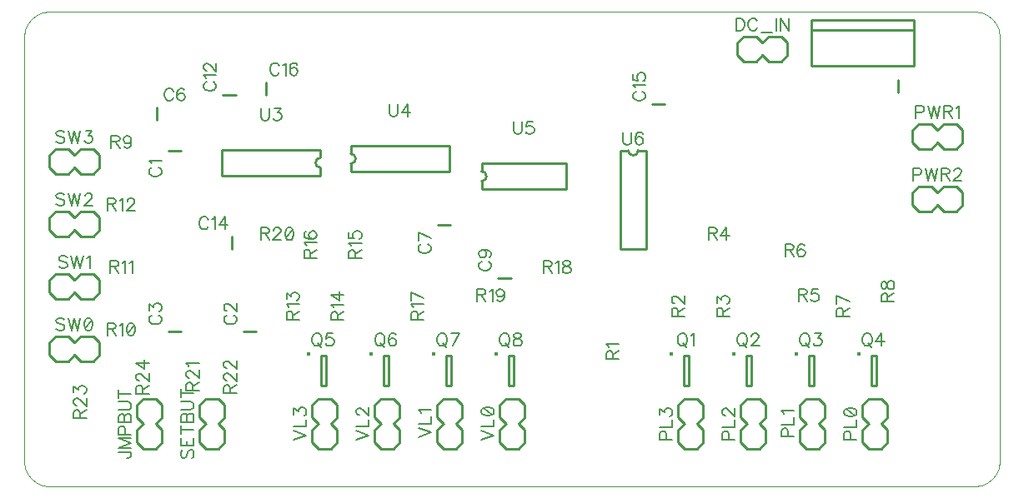
<source format=gbr>
G04 DipTrace 2.2.0.9*
%INTopSilk.gbr*%
%MOIN*%
%ADD10C,0.0098*%
%ADD14C,0.0*%
%ADD18C,0.0154*%
%ADD47C,0.0077*%
%FSLAX44Y44*%
%SFA1B1*%
%OFA0B0*%
G04*
G70*
G90*
G75*
G01*
%LNTopSilk*%
%LPD*%
X9690Y17363D2*
D10*
X10202D1*
X13205Y10134D2*
X12693D1*
X10202D2*
X9690D1*
X38853Y20196D2*
Y19684D1*
X9237Y18582D2*
Y19094D1*
X20454Y14399D2*
X20966D1*
X23384Y12279D2*
X22872D1*
X12386Y19611D2*
X11874D1*
X12215Y13946D2*
Y13434D1*
X29546Y19221D2*
X29034D1*
X13605Y19596D2*
Y20108D1*
X32440Y21190D2*
Y21690D1*
X32690Y20940D2*
X33190D1*
X32690D2*
X32440Y21190D1*
Y21690D2*
X32690Y21940D1*
X33190D1*
X33690Y20940D2*
X34190D1*
X33690D2*
X33440Y21190D1*
X33190Y20940D2*
X33440Y21190D1*
X33190Y21940D2*
X33440Y21690D1*
X33690Y21940D1*
X34190D1*
X34440Y21690D1*
Y21190D1*
X34190Y20940D2*
X34440Y21190D1*
X9190Y5440D2*
X8690D1*
X9440Y5690D2*
Y6190D1*
Y5690D2*
X9190Y5440D1*
X8690D2*
X8440Y5690D1*
Y6190D1*
X9440Y6690D2*
Y7190D1*
Y6690D2*
X9190Y6440D1*
X9440Y6190D2*
X9190Y6440D1*
X8440Y6190D2*
X8690Y6440D1*
X8440Y6690D1*
Y7190D1*
X8690Y7440D1*
X9190D1*
X9440Y7190D2*
X9190Y7440D1*
X37690D2*
X38190D1*
X37440Y7190D2*
Y6690D1*
Y7190D2*
X37690Y7440D1*
X38190D2*
X38440Y7190D1*
Y6690D1*
X37440Y6190D2*
Y5690D1*
Y6190D2*
X37690Y6440D1*
X37440Y6690D2*
X37690Y6440D1*
X38440Y6690D2*
X38190Y6440D1*
X38440Y6190D1*
Y5690D1*
X38190Y5440D1*
X37690D1*
X37440Y5690D2*
X37690Y5440D1*
X35190Y7440D2*
X35690D1*
X34940Y7190D2*
Y6690D1*
Y7190D2*
X35190Y7440D1*
X35690D2*
X35940Y7190D1*
Y6690D1*
X34940Y6190D2*
Y5690D1*
Y6190D2*
X35190Y6440D1*
X34940Y6690D2*
X35190Y6440D1*
X35940Y6690D2*
X35690Y6440D1*
X35940Y6190D1*
Y5690D1*
X35690Y5440D1*
X35190D1*
X34940Y5690D2*
X35190Y5440D1*
X32823Y7440D2*
X33323D1*
X32573Y7190D2*
Y6690D1*
Y7190D2*
X32823Y7440D1*
X33323D2*
X33573Y7190D1*
Y6690D1*
X32573Y6190D2*
Y5690D1*
Y6190D2*
X32823Y6440D1*
X32573Y6690D2*
X32823Y6440D1*
X33573Y6690D2*
X33323Y6440D1*
X33573Y6190D1*
Y5690D1*
X33323Y5440D1*
X32823D1*
X32573Y5690D2*
X32823Y5440D1*
X30323Y7440D2*
X30823D1*
X30073Y7190D2*
Y6690D1*
Y7190D2*
X30323Y7440D1*
X30823D2*
X31073Y7190D1*
Y6690D1*
X30073Y6190D2*
Y5690D1*
Y6190D2*
X30323Y6440D1*
X30073Y6690D2*
X30323Y6440D1*
X31073Y6690D2*
X30823Y6440D1*
X31073Y6190D1*
Y5690D1*
X30823Y5440D1*
X30323D1*
X30073Y5690D2*
X30323Y5440D1*
X41440Y18190D2*
Y17690D1*
X41190Y18440D2*
X40690D1*
X41190D2*
X41440Y18190D1*
Y17690D2*
X41190Y17440D1*
X40690D1*
X40190Y18440D2*
X39690D1*
X40190D2*
X40440Y18190D1*
X40690Y18440D2*
X40440Y18190D1*
X40690Y17440D2*
X40440Y17690D1*
X40190Y17440D1*
X39690D1*
X39440Y17690D1*
Y18190D1*
X39690Y18440D2*
X39440Y18190D1*
X41440Y15690D2*
Y15190D1*
X41190Y15940D2*
X40690D1*
X41190D2*
X41440Y15690D1*
Y15190D2*
X41190Y14940D1*
X40690D1*
X40190Y15940D2*
X39690D1*
X40190D2*
X40440Y15690D1*
X40690Y15940D2*
X40440Y15690D1*
X40690Y14940D2*
X40440Y15190D1*
X40190Y14940D1*
X39690D1*
X39440Y15190D1*
Y15690D1*
X39690Y15940D2*
X39440Y15690D1*
D18*
X29793Y9248D3*
X30294Y9156D2*
D10*
Y7975D1*
X30491D1*
Y9156D1*
X30294D1*
D18*
X32293Y9248D3*
X32794Y9156D2*
D10*
Y7975D1*
X32991D1*
Y9156D1*
X32794D1*
D18*
X34793Y9248D3*
X35294Y9156D2*
D10*
Y7975D1*
X35491D1*
Y9156D1*
X35294D1*
D18*
X37293Y9248D3*
X37794Y9156D2*
D10*
Y7975D1*
X37991D1*
Y9156D1*
X37794D1*
D18*
X15293Y9248D3*
X15794Y9156D2*
D10*
Y7975D1*
X15991D1*
Y9156D1*
X15794D1*
D18*
X17793Y9248D3*
X18294Y9156D2*
D10*
Y7975D1*
X18491D1*
Y9156D1*
X18294D1*
D18*
X20293Y9248D3*
X20794Y9156D2*
D10*
Y7975D1*
X20991D1*
Y9156D1*
X20794D1*
D18*
X22793Y9248D3*
X23294Y9156D2*
D10*
Y7975D1*
X23491D1*
Y9156D1*
X23294D1*
X11690Y5440D2*
X11190D1*
X11940Y5690D2*
Y6190D1*
Y5690D2*
X11690Y5440D1*
X11190D2*
X10940Y5690D1*
Y6190D1*
X11940Y6690D2*
Y7190D1*
Y6690D2*
X11690Y6440D1*
X11940Y6190D2*
X11690Y6440D1*
X10940Y6190D2*
X11190Y6440D1*
X10940Y6690D1*
Y7190D1*
X11190Y7440D1*
X11690D1*
X11940Y7190D2*
X11690Y7440D1*
X6940Y9690D2*
Y9190D1*
X6690Y9940D2*
X6190D1*
X6690D2*
X6940Y9690D1*
Y9190D2*
X6690Y8940D1*
X6190D1*
X5690Y9940D2*
X5190D1*
X5690D2*
X5940Y9690D1*
X6190Y9940D2*
X5940Y9690D1*
X6190Y8940D2*
X5940Y9190D1*
X5690Y8940D1*
X5190D1*
X4940Y9190D1*
Y9690D1*
X5190Y9940D2*
X4940Y9690D1*
X6940Y12190D2*
Y11690D1*
X6690Y12440D2*
X6190D1*
X6690D2*
X6940Y12190D1*
Y11690D2*
X6690Y11440D1*
X6190D1*
X5690Y12440D2*
X5190D1*
X5690D2*
X5940Y12190D1*
X6190Y12440D2*
X5940Y12190D1*
X6190Y11440D2*
X5940Y11690D1*
X5690Y11440D1*
X5190D1*
X4940Y11690D1*
Y12190D1*
X5190Y12440D2*
X4940Y12190D1*
X6940Y14690D2*
Y14190D1*
X6690Y14940D2*
X6190D1*
X6690D2*
X6940Y14690D1*
Y14190D2*
X6690Y13940D1*
X6190D1*
X5690Y14940D2*
X5190D1*
X5690D2*
X5940Y14690D1*
X6190Y14940D2*
X5940Y14690D1*
X6190Y13940D2*
X5940Y14190D1*
X5690Y13940D1*
X5190D1*
X4940Y14190D1*
Y14690D1*
X5190Y14940D2*
X4940Y14690D1*
X6940Y17190D2*
Y16690D1*
X6690Y17440D2*
X6190D1*
X6690D2*
X6940Y17190D1*
Y16690D2*
X6690Y16440D1*
X6190D1*
X5690Y17440D2*
X5190D1*
X5690D2*
X5940Y17190D1*
X6190Y17440D2*
X5940Y17190D1*
X6190Y16440D2*
X5940Y16690D1*
X5690Y16440D1*
X5190D1*
X4940Y16690D1*
Y17190D1*
X5190Y17440D2*
X4940Y17190D1*
X35393Y22187D2*
X39487D1*
X35393Y22582D2*
X39487D1*
X35393Y20771D2*
X39487D1*
X35393D2*
Y22582D1*
X39487Y20771D2*
Y22582D1*
X15775Y17400D2*
X11839D1*
X15775Y16376D2*
X11839D1*
Y17400D2*
Y16376D1*
X15775Y17400D2*
Y17085D1*
Y16691D2*
Y16376D1*
Y17085D2*
G03X15775Y16691I0J-197D01*
G01*
X16987Y16532D2*
X20923D1*
X16987Y17556D2*
X20923D1*
Y16532D2*
Y17556D1*
X16987Y16532D2*
Y16847D1*
Y17241D2*
Y17556D1*
Y16847D2*
G03X16987Y17241I0J197D01*
G01*
X22215Y15830D2*
X25601D1*
X22215Y16854D2*
X25601D1*
Y15830D2*
Y16854D1*
X22215Y15830D2*
Y16145D1*
Y16539D2*
Y16854D1*
Y16145D2*
G03X22215Y16539I0J197D01*
G01*
X27764Y17374D2*
Y13438D1*
X28788Y17374D2*
Y13438D1*
X27764D2*
X28788D1*
X27764Y17374D2*
X28079D1*
X28473D2*
X28788D1*
X28079D2*
G03X28473Y17374I197J0D01*
G01*
X23190Y7440D2*
X23690D1*
X22940Y7190D2*
Y6690D1*
Y7190D2*
X23190Y7440D1*
X23690D2*
X23940Y7190D1*
Y6690D1*
X22940Y6190D2*
Y5690D1*
Y6190D2*
X23190Y6440D1*
X22940Y6690D2*
X23190Y6440D1*
X23940Y6690D2*
X23690Y6440D1*
X23940Y6190D1*
Y5690D1*
X23690Y5440D1*
X23190D1*
X22940Y5690D2*
X23190Y5440D1*
X20690Y7440D2*
X21190D1*
X20440Y7190D2*
Y6690D1*
Y7190D2*
X20690Y7440D1*
X21190D2*
X21440Y7190D1*
Y6690D1*
X20440Y6190D2*
Y5690D1*
Y6190D2*
X20690Y6440D1*
X20440Y6690D2*
X20690Y6440D1*
X21440Y6690D2*
X21190Y6440D1*
X21440Y6190D1*
Y5690D1*
X21190Y5440D1*
X20690D1*
X20440Y5690D2*
X20690Y5440D1*
X18190Y7440D2*
X18690D1*
X17940Y7190D2*
Y6690D1*
Y7190D2*
X18190Y7440D1*
X18690D2*
X18940Y7190D1*
Y6690D1*
X17940Y6190D2*
Y5690D1*
Y6190D2*
X18190Y6440D1*
X17940Y6690D2*
X18190Y6440D1*
X18940Y6690D2*
X18690Y6440D1*
X18940Y6190D1*
Y5690D1*
X18690Y5440D1*
X18190D1*
X17940Y5690D2*
X18190Y5440D1*
X15690Y7440D2*
X16190D1*
X15440Y7190D2*
Y6690D1*
Y7190D2*
X15690Y7440D1*
X16190D2*
X16440Y7190D1*
Y6690D1*
X15440Y6190D2*
Y5690D1*
Y6190D2*
X15690Y6440D1*
X15440Y6690D2*
X15690Y6440D1*
X16440Y6690D2*
X16190Y6440D1*
X16440Y6190D1*
Y5690D1*
X16190Y5440D1*
X15690D1*
X15440Y5690D2*
X15690Y5440D1*
X4940Y3940D2*
D14*
X41940D1*
X42199Y3974D1*
X42440Y4074D1*
X42647Y4233D1*
X42806Y4440D1*
X42906Y4681D1*
X42940Y4940D1*
Y21940D1*
X42906Y22199D1*
X42806Y22440D1*
X42647Y22647D1*
X42440Y22806D1*
X42199Y22906D1*
X41940Y22940D1*
X4940D1*
X4681Y22906D1*
X4440Y22806D1*
X4233Y22647D1*
X4074Y22440D1*
X3974Y22199D1*
X3940Y21940D1*
Y4940D1*
X3974Y4681D1*
X4074Y4440D1*
X4233Y4233D1*
X4440Y4074D1*
X4681Y3974D1*
X4940Y3940D1*
X9038Y16696D2*
D47*
X8990Y16672D1*
D2*
X8942Y16624D1*
D2*
X8918Y16577D1*
D2*
Y16481D1*
D2*
X8942Y16433D1*
D2*
X8990Y16386D1*
D2*
X9038Y16361D1*
D2*
X9110Y16337D1*
D2*
X9230D1*
D2*
X9301Y16361D1*
D2*
X9349Y16386D1*
D2*
X9397Y16433D1*
D2*
X9421Y16481D1*
D2*
Y16577D1*
D2*
X9397Y16624D1*
D2*
X9349Y16672D1*
D2*
X9301Y16696D1*
X9015Y16851D2*
X8990Y16899D1*
D2*
X8919Y16971D1*
D2*
X9421D1*
X12041Y10778D2*
X11993Y10754D1*
D2*
X11945Y10706D1*
D2*
X11921Y10658D1*
D2*
Y10563D1*
D2*
X11945Y10515D1*
D2*
X11993Y10467D1*
D2*
X12041Y10443D1*
D2*
X12113Y10419D1*
D2*
X12233D1*
D2*
X12304Y10443D1*
D2*
X12352Y10467D1*
D2*
X12400Y10515D1*
D2*
X12424Y10563D1*
D2*
Y10658D1*
D2*
X12400Y10706D1*
D2*
X12352Y10754D1*
D2*
X12304Y10778D1*
X12041Y10956D2*
X12018D1*
D2*
X11970Y10980D1*
D2*
X11946Y11004D1*
D2*
X11922Y11052D1*
D2*
Y11148D1*
D2*
X11946Y11195D1*
D2*
X11970Y11219D1*
D2*
X12018Y11243D1*
D2*
X12065D1*
D2*
X12113Y11219D1*
D2*
X12185Y11171D1*
D2*
X12424Y10932D1*
D2*
Y11267D1*
X9038Y10778D2*
X8990Y10754D1*
D2*
X8942Y10706D1*
D2*
X8918Y10658D1*
D2*
Y10563D1*
D2*
X8942Y10515D1*
D2*
X8990Y10467D1*
D2*
X9038Y10443D1*
D2*
X9110Y10419D1*
D2*
X9230D1*
D2*
X9301Y10443D1*
D2*
X9349Y10467D1*
D2*
X9397Y10515D1*
D2*
X9421Y10563D1*
D2*
Y10658D1*
D2*
X9397Y10706D1*
D2*
X9349Y10754D1*
D2*
X9301Y10778D1*
X8919Y10980D2*
Y11243D1*
D2*
X9110Y11100D1*
D2*
Y11171D1*
D2*
X9134Y11219D1*
D2*
X9158Y11243D1*
D2*
X9230Y11267D1*
D2*
X9277D1*
D2*
X9349Y11243D1*
D2*
X9397Y11195D1*
D2*
X9421Y11123D1*
D2*
Y11051D1*
D2*
X9397Y10980D1*
D2*
X9373Y10956D1*
D2*
X9325Y10932D1*
X9893Y19746D2*
X9869Y19794D1*
D2*
X9821Y19842D1*
D2*
X9773Y19866D1*
D2*
X9678D1*
D2*
X9630Y19842D1*
D2*
X9582Y19794D1*
D2*
X9558Y19746D1*
D2*
X9534Y19674D1*
D2*
Y19554D1*
D2*
X9558Y19483D1*
D2*
X9582Y19435D1*
D2*
X9630Y19387D1*
D2*
X9678Y19363D1*
D2*
X9773D1*
D2*
X9821Y19387D1*
D2*
X9869Y19435D1*
D2*
X9893Y19483D1*
X10334Y19794D2*
X10310Y19841D1*
D2*
X10238Y19865D1*
D2*
X10191D1*
D2*
X10119Y19841D1*
D2*
X10071Y19769D1*
D2*
X10047Y19650D1*
D2*
Y19531D1*
D2*
X10071Y19435D1*
D2*
X10119Y19387D1*
D2*
X10191Y19363D1*
D2*
X10215D1*
D2*
X10286Y19387D1*
D2*
X10334Y19435D1*
D2*
X10358Y19507D1*
D2*
Y19531D1*
D2*
X10334Y19602D1*
D2*
X10286Y19650D1*
D2*
X10215Y19674D1*
D2*
X10191D1*
D2*
X10119Y19650D1*
D2*
X10071Y19602D1*
D2*
X10047Y19531D1*
X19802Y13625D2*
X19754Y13601D1*
D2*
X19706Y13553D1*
D2*
X19682Y13505D1*
D2*
Y13410D1*
D2*
X19706Y13362D1*
D2*
X19754Y13314D1*
D2*
X19802Y13290D1*
D2*
X19874Y13266D1*
D2*
X19994D1*
D2*
X20065Y13290D1*
D2*
X20113Y13314D1*
D2*
X20161Y13362D1*
D2*
X20185Y13410D1*
D2*
Y13505D1*
D2*
X20161Y13553D1*
D2*
X20113Y13601D1*
D2*
X20065Y13625D1*
X20185Y13875D2*
X19683Y14114D1*
D2*
Y13779D1*
X22220Y12935D2*
X22172Y12911D1*
D2*
X22124Y12863D1*
D2*
X22100Y12815D1*
D2*
Y12720D1*
D2*
X22124Y12671D1*
D2*
X22172Y12624D1*
D2*
X22220Y12600D1*
D2*
X22292Y12576D1*
D2*
X22412D1*
D2*
X22483Y12600D1*
D2*
X22531Y12624D1*
D2*
X22579Y12671D1*
D2*
X22603Y12720D1*
D2*
Y12815D1*
D2*
X22579Y12863D1*
D2*
X22531Y12911D1*
D2*
X22483Y12935D1*
X22268Y13400D2*
X22340Y13376D1*
D2*
X22388Y13328D1*
D2*
X22412Y13256D1*
D2*
Y13233D1*
D2*
X22388Y13161D1*
D2*
X22340Y13113D1*
D2*
X22268Y13089D1*
D2*
X22244D1*
D2*
X22172Y13113D1*
D2*
X22125Y13161D1*
D2*
X22101Y13233D1*
D2*
Y13256D1*
D2*
X22125Y13328D1*
D2*
X22172Y13376D1*
D2*
X22268Y13400D1*
D2*
X22388D1*
D2*
X22507Y13376D1*
D2*
X22579Y13328D1*
D2*
X22603Y13256D1*
D2*
Y13209D1*
D2*
X22579Y13137D1*
D2*
X22531Y13113D1*
X11222Y20118D2*
X11174Y20094D1*
D2*
X11126Y20046D1*
D2*
X11102Y19998D1*
D2*
Y19903D1*
D2*
X11126Y19854D1*
D2*
X11174Y19807D1*
D2*
X11222Y19783D1*
D2*
X11294Y19759D1*
D2*
X11414D1*
D2*
X11485Y19783D1*
D2*
X11533Y19807D1*
D2*
X11581Y19854D1*
D2*
X11605Y19903D1*
D2*
Y19998D1*
D2*
X11581Y20046D1*
D2*
X11533Y20094D1*
D2*
X11485Y20118D1*
X11199Y20272D2*
X11174Y20320D1*
D2*
X11103Y20392D1*
D2*
X11605D1*
X11222Y20571D2*
X11199D1*
D2*
X11151Y20594D1*
D2*
X11127Y20618D1*
D2*
X11103Y20666D1*
D2*
Y20762D1*
D2*
X11127Y20809D1*
D2*
X11151Y20833D1*
D2*
X11199Y20857D1*
D2*
X11246D1*
D2*
X11294Y20833D1*
D2*
X11366Y20786D1*
D2*
X11605Y20546D1*
D2*
Y20881D1*
X11292Y14598D2*
X11268Y14646D1*
D2*
X11220Y14694D1*
D2*
X11172Y14718D1*
D2*
X11077D1*
D2*
X11029Y14694D1*
D2*
X10981Y14646D1*
D2*
X10957Y14598D1*
D2*
X10933Y14526D1*
D2*
Y14406D1*
D2*
X10957Y14335D1*
D2*
X10981Y14287D1*
D2*
X11029Y14239D1*
D2*
X11077Y14215D1*
D2*
X11172D1*
D2*
X11220Y14239D1*
D2*
X11268Y14287D1*
D2*
X11292Y14335D1*
X11446Y14621D2*
X11494Y14646D1*
D2*
X11566Y14717D1*
D2*
Y14215D1*
X11960D2*
Y14717D1*
D2*
X11720Y14383D1*
D2*
X12079D1*
X28382Y19728D2*
X28334Y19704D1*
D2*
X28286Y19656D1*
D2*
X28262Y19608D1*
D2*
Y19513D1*
D2*
X28286Y19464D1*
D2*
X28334Y19417D1*
D2*
X28382Y19393D1*
D2*
X28454Y19369D1*
D2*
X28574D1*
D2*
X28645Y19393D1*
D2*
X28693Y19417D1*
D2*
X28741Y19464D1*
D2*
X28765Y19513D1*
D2*
Y19608D1*
D2*
X28741Y19656D1*
D2*
X28693Y19704D1*
D2*
X28645Y19728D1*
X28359Y19882D2*
X28334Y19930D1*
D2*
X28263Y20002D1*
D2*
X28765D1*
X28263Y20443D2*
Y20204D1*
D2*
X28478Y20181D1*
D2*
X28454Y20204D1*
D2*
X28430Y20276D1*
D2*
Y20347D1*
D2*
X28454Y20419D1*
D2*
X28502Y20467D1*
D2*
X28574Y20491D1*
D2*
X28621D1*
D2*
X28693Y20467D1*
D2*
X28741Y20419D1*
D2*
X28765Y20347D1*
D2*
Y20276D1*
D2*
X28741Y20204D1*
D2*
X28717Y20181D1*
D2*
X28669Y20156D1*
X14124Y20760D2*
X14100Y20808D1*
D2*
X14052Y20856D1*
D2*
X14004Y20880D1*
D2*
X13909D1*
D2*
X13861Y20856D1*
D2*
X13813Y20808D1*
D2*
X13789Y20760D1*
D2*
X13765Y20688D1*
D2*
Y20568D1*
D2*
X13789Y20497D1*
D2*
X13813Y20449D1*
D2*
X13861Y20401D1*
D2*
X13909Y20377D1*
D2*
X14004D1*
D2*
X14052Y20401D1*
D2*
X14100Y20449D1*
D2*
X14124Y20497D1*
X14278Y20783D2*
X14326Y20808D1*
D2*
X14398Y20879D1*
D2*
Y20377D1*
X14839Y20808D2*
X14815Y20855D1*
D2*
X14744Y20879D1*
D2*
X14696D1*
D2*
X14624Y20855D1*
D2*
X14576Y20783D1*
D2*
X14552Y20664D1*
D2*
Y20545D1*
D2*
X14576Y20449D1*
D2*
X14624Y20401D1*
D2*
X14696Y20377D1*
D2*
X14720D1*
D2*
X14791Y20401D1*
D2*
X14839Y20449D1*
D2*
X14863Y20521D1*
D2*
Y20545D1*
D2*
X14839Y20616D1*
D2*
X14791Y20664D1*
D2*
X14720Y20688D1*
D2*
X14696D1*
D2*
X14624Y20664D1*
D2*
X14576Y20616D1*
D2*
X14552Y20545D1*
X32390Y22672D2*
Y22170D1*
D2*
X32557D1*
D2*
X32629Y22194D1*
D2*
X32677Y22242D1*
D2*
X32701Y22290D1*
D2*
X32725Y22361D1*
D2*
Y22481D1*
D2*
X32701Y22553D1*
D2*
X32677Y22600D1*
D2*
X32629Y22648D1*
D2*
X32557Y22672D1*
D2*
X32390D1*
X33238Y22553D2*
X33214Y22600D1*
D2*
X33166Y22648D1*
D2*
X33118Y22672D1*
D2*
X33023D1*
D2*
X32975Y22648D1*
D2*
X32927Y22600D1*
D2*
X32903Y22553D1*
D2*
X32879Y22481D1*
D2*
Y22361D1*
D2*
X32903Y22290D1*
D2*
X32927Y22242D1*
D2*
X32975Y22194D1*
D2*
X33023Y22170D1*
D2*
X33118D1*
D2*
X33166Y22194D1*
D2*
X33214Y22242D1*
D2*
X33238Y22290D1*
X33392Y22087D2*
X33847D1*
X34001Y22672D2*
Y22170D1*
X34490Y22672D2*
Y22170D1*
D2*
X34155Y22672D1*
D2*
Y22170D1*
X7708Y5313D2*
X8090D1*
D2*
X8162Y5289D1*
D2*
X8186Y5264D1*
D2*
X8210Y5217D1*
D2*
Y5169D1*
D2*
X8186Y5121D1*
D2*
X8162Y5098D1*
D2*
X8090Y5073D1*
D2*
X8043D1*
X8210Y5849D2*
X7708D1*
D2*
X8210Y5658D1*
D2*
X7708Y5467D1*
D2*
X8210D1*
X7971Y6004D2*
Y6219D1*
D2*
X7947Y6291D1*
D2*
X7923Y6315D1*
D2*
X7875Y6339D1*
D2*
X7803D1*
D2*
X7756Y6315D1*
D2*
X7732Y6291D1*
D2*
X7708Y6219D1*
D2*
Y6004D1*
D2*
X8210D1*
X7708Y6493D2*
X8210D1*
D2*
Y6709D1*
D2*
X8186Y6781D1*
D2*
X8162Y6804D1*
D2*
X8115Y6828D1*
D2*
X8043D1*
D2*
X7995Y6804D1*
D2*
X7971Y6781D1*
D2*
X7947Y6709D1*
D2*
X7923Y6781D1*
D2*
X7899Y6804D1*
D2*
X7851Y6828D1*
D2*
X7803D1*
D2*
X7756Y6804D1*
D2*
X7732Y6781D1*
D2*
X7708Y6709D1*
D2*
Y6493D1*
X7947D2*
Y6709D1*
X7708Y6982D2*
X8066D1*
D2*
X8138Y7006D1*
D2*
X8186Y7054D1*
D2*
X8210Y7126D1*
D2*
Y7174D1*
D2*
X8186Y7246D1*
D2*
X8138Y7294D1*
D2*
X8066Y7317D1*
D2*
X7708D1*
Y7639D2*
X8210D1*
X7708Y7472D2*
Y7807D1*
X36971Y5807D2*
Y6023D1*
D2*
X36947Y6094D1*
D2*
X36923Y6118D1*
D2*
X36875Y6142D1*
D2*
X36803D1*
D2*
X36756Y6118D1*
D2*
X36732Y6094D1*
D2*
X36708Y6023D1*
D2*
Y5807D1*
D2*
X37210D1*
X36708Y6297D2*
X37210D1*
D2*
Y6583D1*
X36708Y6882D2*
X36732Y6810D1*
D2*
X36804Y6762D1*
D2*
X36923Y6738D1*
D2*
X36995D1*
D2*
X37115Y6762D1*
D2*
X37186Y6810D1*
D2*
X37210Y6882D1*
D2*
Y6929D1*
D2*
X37186Y7001D1*
D2*
X37115Y7048D1*
D2*
X36995Y7073D1*
D2*
X36923D1*
D2*
X36804Y7048D1*
D2*
X36732Y7001D1*
D2*
X36708Y6929D1*
D2*
Y6882D1*
X36804Y7048D2*
X37115Y6762D1*
X34471Y5915D2*
Y6130D1*
D2*
X34447Y6202D1*
D2*
X34423Y6226D1*
D2*
X34375Y6250D1*
D2*
X34303D1*
D2*
X34256Y6226D1*
D2*
X34232Y6202D1*
D2*
X34208Y6130D1*
D2*
Y5915D1*
D2*
X34710D1*
X34208Y6404D2*
X34710D1*
D2*
Y6691D1*
X34304Y6845D2*
X34280Y6893D1*
D2*
X34208Y6965D1*
D2*
X34710D1*
X32104Y5807D2*
Y6023D1*
D2*
X32080Y6094D1*
D2*
X32056Y6118D1*
D2*
X32009Y6142D1*
D2*
X31937D1*
D2*
X31889Y6118D1*
D2*
X31865Y6094D1*
D2*
X31841Y6023D1*
D2*
Y5807D1*
D2*
X32344D1*
X31841Y6297D2*
X32344D1*
D2*
Y6583D1*
X31961Y6762D2*
X31937D1*
D2*
X31889Y6786D1*
D2*
X31865Y6810D1*
D2*
X31842Y6858D1*
D2*
Y6953D1*
D2*
X31865Y7001D1*
D2*
X31889Y7025D1*
D2*
X31937Y7049D1*
D2*
X31985D1*
D2*
X32033Y7025D1*
D2*
X32104Y6977D1*
D2*
X32344Y6738D1*
D2*
Y7073D1*
X29604Y5807D2*
Y6023D1*
D2*
X29580Y6094D1*
D2*
X29556Y6118D1*
D2*
X29509Y6142D1*
D2*
X29437D1*
D2*
X29389Y6118D1*
D2*
X29365Y6094D1*
D2*
X29341Y6023D1*
D2*
Y5807D1*
D2*
X29844D1*
X29341Y6297D2*
X29844D1*
D2*
Y6583D1*
X29342Y6786D2*
Y7048D1*
D2*
X29533Y6905D1*
D2*
Y6977D1*
D2*
X29557Y7025D1*
D2*
X29580Y7048D1*
D2*
X29652Y7073D1*
D2*
X29700D1*
D2*
X29772Y7048D1*
D2*
X29820Y7001D1*
D2*
X29844Y6929D1*
D2*
Y6857D1*
D2*
X29820Y6786D1*
D2*
X29795Y6762D1*
D2*
X29748Y6738D1*
X39574Y18909D2*
X39790D1*
D2*
X39861Y18933D1*
D2*
X39885Y18957D1*
D2*
X39909Y19005D1*
D2*
Y19077D1*
D2*
X39885Y19124D1*
D2*
X39861Y19148D1*
D2*
X39790Y19172D1*
D2*
X39574D1*
D2*
Y18670D1*
X40064Y19172D2*
X40183Y18670D1*
D2*
X40303Y19172D1*
D2*
X40422Y18670D1*
D2*
X40542Y19172D1*
X40697Y18933D2*
X40912D1*
D2*
X40983Y18957D1*
D2*
X41008Y18981D1*
D2*
X41031Y19029D1*
D2*
Y19077D1*
D2*
X41008Y19124D1*
D2*
X40983Y19148D1*
D2*
X40912Y19172D1*
D2*
X40697D1*
D2*
Y18670D1*
X40864Y18933D2*
X41031Y18670D1*
X41186Y19076D2*
X41234Y19100D1*
D2*
X41306Y19172D1*
D2*
Y18670D1*
X39467Y16409D2*
X39682D1*
D2*
X39754Y16433D1*
D2*
X39778Y16457D1*
D2*
X39802Y16505D1*
D2*
Y16577D1*
D2*
X39778Y16624D1*
D2*
X39754Y16648D1*
D2*
X39682Y16672D1*
D2*
X39467D1*
D2*
Y16170D1*
X39956Y16672D2*
X40076Y16170D1*
D2*
X40195Y16672D1*
D2*
X40315Y16170D1*
D2*
X40435Y16672D1*
X40589Y16433D2*
X40804D1*
D2*
X40876Y16457D1*
D2*
X40900Y16481D1*
D2*
X40924Y16529D1*
D2*
Y16577D1*
D2*
X40900Y16624D1*
D2*
X40876Y16648D1*
D2*
X40804Y16672D1*
D2*
X40589D1*
D2*
Y16170D1*
X40757Y16433D2*
X40924Y16170D1*
X41103Y16552D2*
Y16576D1*
D2*
X41126Y16624D1*
D2*
X41150Y16648D1*
D2*
X41198Y16672D1*
D2*
X41294D1*
D2*
X41341Y16648D1*
D2*
X41365Y16624D1*
D2*
X41390Y16576D1*
D2*
Y16529D1*
D2*
X41365Y16480D1*
D2*
X41318Y16409D1*
D2*
X41078Y16170D1*
D2*
X41413D1*
X30199Y10058D2*
X30151Y10035D1*
D2*
X30103Y9986D1*
D2*
X30080Y9938D1*
D2*
X30055Y9867D1*
D2*
Y9747D1*
D2*
X30080Y9675D1*
D2*
X30103Y9628D1*
D2*
X30151Y9580D1*
D2*
X30199Y9556D1*
D2*
X30295D1*
D2*
X30343Y9580D1*
D2*
X30390Y9628D1*
D2*
X30414Y9675D1*
D2*
X30438Y9747D1*
D2*
Y9867D1*
D2*
X30414Y9938D1*
D2*
X30390Y9986D1*
D2*
X30343Y10035D1*
D2*
X30295Y10058D1*
D2*
X30199D1*
X30271Y9652D2*
X30414Y9508D1*
X30593Y9962D2*
X30641Y9986D1*
D2*
X30713Y10057D1*
D2*
Y9555D1*
X32592Y10058D2*
X32544Y10035D1*
D2*
X32496Y9986D1*
D2*
X32472Y9938D1*
D2*
X32448Y9867D1*
D2*
Y9747D1*
D2*
X32472Y9675D1*
D2*
X32496Y9628D1*
D2*
X32544Y9580D1*
D2*
X32592Y9556D1*
D2*
X32687D1*
D2*
X32735Y9580D1*
D2*
X32783Y9628D1*
D2*
X32807Y9675D1*
D2*
X32831Y9747D1*
D2*
Y9867D1*
D2*
X32807Y9938D1*
D2*
X32783Y9986D1*
D2*
X32735Y10035D1*
D2*
X32687Y10058D1*
D2*
X32592D1*
X32663Y9652D2*
X32807Y9508D1*
X33010Y9938D2*
Y9962D1*
D2*
X33033Y10010D1*
D2*
X33057Y10033D1*
D2*
X33105Y10057D1*
D2*
X33201D1*
D2*
X33248Y10033D1*
D2*
X33272Y10010D1*
D2*
X33296Y9962D1*
D2*
Y9914D1*
D2*
X33272Y9866D1*
D2*
X33225Y9795D1*
D2*
X32985Y9555D1*
D2*
X33320D1*
X35092Y10058D2*
X35044Y10035D1*
D2*
X34996Y9986D1*
D2*
X34972Y9938D1*
D2*
X34948Y9867D1*
D2*
Y9747D1*
D2*
X34972Y9675D1*
D2*
X34996Y9628D1*
D2*
X35044Y9580D1*
D2*
X35092Y9556D1*
D2*
X35187D1*
D2*
X35235Y9580D1*
D2*
X35283Y9628D1*
D2*
X35307Y9675D1*
D2*
X35331Y9747D1*
D2*
Y9867D1*
D2*
X35307Y9938D1*
D2*
X35283Y9986D1*
D2*
X35235Y10035D1*
D2*
X35187Y10058D1*
D2*
X35092D1*
X35163Y9652D2*
X35307Y9508D1*
X35533Y10057D2*
X35796D1*
D2*
X35653Y9866D1*
D2*
X35725D1*
D2*
X35772Y9842D1*
D2*
X35796Y9818D1*
D2*
X35820Y9747D1*
D2*
Y9699D1*
D2*
X35796Y9627D1*
D2*
X35748Y9579D1*
D2*
X35676Y9555D1*
D2*
X35605D1*
D2*
X35533Y9579D1*
D2*
X35510Y9603D1*
D2*
X35485Y9651D1*
X37580Y10058D2*
X37532Y10035D1*
D2*
X37484Y9986D1*
D2*
X37460Y9938D1*
D2*
X37436Y9867D1*
D2*
Y9747D1*
D2*
X37460Y9675D1*
D2*
X37484Y9628D1*
D2*
X37532Y9580D1*
D2*
X37580Y9556D1*
D2*
X37675D1*
D2*
X37723Y9580D1*
D2*
X37771Y9628D1*
D2*
X37795Y9675D1*
D2*
X37819Y9747D1*
D2*
Y9867D1*
D2*
X37795Y9938D1*
D2*
X37771Y9986D1*
D2*
X37723Y10035D1*
D2*
X37675Y10058D1*
D2*
X37580D1*
X37651Y9652D2*
X37795Y9508D1*
X38213Y9555D2*
Y10057D1*
D2*
X37973Y9723D1*
D2*
X38332D1*
X15592Y10058D2*
X15544Y10035D1*
D2*
X15496Y9986D1*
D2*
X15472Y9938D1*
D2*
X15448Y9867D1*
D2*
Y9747D1*
D2*
X15472Y9675D1*
D2*
X15496Y9628D1*
D2*
X15544Y9580D1*
D2*
X15592Y9556D1*
D2*
X15687D1*
D2*
X15735Y9580D1*
D2*
X15783Y9628D1*
D2*
X15807Y9675D1*
D2*
X15831Y9747D1*
D2*
Y9867D1*
D2*
X15807Y9938D1*
D2*
X15783Y9986D1*
D2*
X15735Y10035D1*
D2*
X15687Y10058D1*
D2*
X15592D1*
X15663Y9652D2*
X15807Y9508D1*
X16272Y10057D2*
X16033D1*
D2*
X16010Y9842D1*
D2*
X16033Y9866D1*
D2*
X16105Y9890D1*
D2*
X16176D1*
D2*
X16248Y9866D1*
D2*
X16296Y9818D1*
D2*
X16320Y9747D1*
D2*
Y9699D1*
D2*
X16296Y9627D1*
D2*
X16248Y9579D1*
D2*
X16176Y9555D1*
D2*
X16105D1*
D2*
X16033Y9579D1*
D2*
X16010Y9603D1*
D2*
X15985Y9651D1*
X18104Y10058D2*
X18056Y10035D1*
D2*
X18008Y9986D1*
D2*
X17984Y9938D1*
D2*
X17960Y9867D1*
D2*
Y9747D1*
D2*
X17984Y9675D1*
D2*
X18008Y9628D1*
D2*
X18056Y9580D1*
D2*
X18104Y9556D1*
D2*
X18199D1*
D2*
X18247Y9580D1*
D2*
X18295Y9628D1*
D2*
X18319Y9675D1*
D2*
X18343Y9747D1*
D2*
Y9867D1*
D2*
X18319Y9938D1*
D2*
X18295Y9986D1*
D2*
X18247Y10035D1*
D2*
X18199Y10058D1*
D2*
X18104D1*
X18176Y9652D2*
X18319Y9508D1*
X18784Y9986D2*
X18760Y10033D1*
D2*
X18689Y10057D1*
D2*
X18641D1*
D2*
X18569Y10033D1*
D2*
X18521Y9962D1*
D2*
X18497Y9842D1*
D2*
Y9723D1*
D2*
X18521Y9627D1*
D2*
X18569Y9579D1*
D2*
X18641Y9555D1*
D2*
X18665D1*
D2*
X18736Y9579D1*
D2*
X18784Y9627D1*
D2*
X18808Y9699D1*
D2*
Y9723D1*
D2*
X18784Y9795D1*
D2*
X18736Y9842D1*
D2*
X18665Y9866D1*
D2*
X18641D1*
D2*
X18569Y9842D1*
D2*
X18521Y9795D1*
D2*
X18497Y9723D1*
X20592Y10058D2*
X20544Y10035D1*
D2*
X20496Y9986D1*
D2*
X20472Y9938D1*
D2*
X20448Y9867D1*
D2*
Y9747D1*
D2*
X20472Y9675D1*
D2*
X20496Y9628D1*
D2*
X20544Y9580D1*
D2*
X20592Y9556D1*
D2*
X20687D1*
D2*
X20735Y9580D1*
D2*
X20783Y9628D1*
D2*
X20807Y9675D1*
D2*
X20831Y9747D1*
D2*
Y9867D1*
D2*
X20807Y9938D1*
D2*
X20783Y9986D1*
D2*
X20735Y10035D1*
D2*
X20687Y10058D1*
D2*
X20592D1*
X20663Y9652D2*
X20807Y9508D1*
X21081Y9555D2*
X21320Y10057D1*
D2*
X20985D1*
X23092Y10058D2*
X23044Y10035D1*
D2*
X22996Y9986D1*
D2*
X22972Y9938D1*
D2*
X22948Y9867D1*
D2*
Y9747D1*
D2*
X22972Y9675D1*
D2*
X22996Y9628D1*
D2*
X23044Y9580D1*
D2*
X23092Y9556D1*
D2*
X23187D1*
D2*
X23236Y9580D1*
D2*
X23283Y9628D1*
D2*
X23307Y9675D1*
D2*
X23331Y9747D1*
D2*
Y9867D1*
D2*
X23307Y9938D1*
D2*
X23283Y9986D1*
D2*
X23236Y10035D1*
D2*
X23187Y10058D1*
D2*
X23092D1*
X23164Y9652D2*
X23307Y9508D1*
X23605Y10057D2*
X23534Y10033D1*
D2*
X23509Y9986D1*
D2*
Y9938D1*
D2*
X23534Y9890D1*
D2*
X23581Y9866D1*
D2*
X23677Y9842D1*
D2*
X23749Y9818D1*
D2*
X23796Y9770D1*
D2*
X23820Y9723D1*
D2*
Y9651D1*
D2*
X23796Y9603D1*
D2*
X23772Y9579D1*
D2*
X23701Y9555D1*
D2*
X23605D1*
D2*
X23534Y9579D1*
D2*
X23509Y9603D1*
D2*
X23486Y9651D1*
D2*
Y9723D1*
D2*
X23509Y9770D1*
D2*
X23557Y9818D1*
D2*
X23629Y9842D1*
D2*
X23724Y9866D1*
D2*
X23772Y9890D1*
D2*
X23796Y9938D1*
D2*
Y9986D1*
D2*
X23772Y10033D1*
D2*
X23701Y10057D1*
D2*
X23605D1*
X27449Y9017D2*
Y9232D1*
D2*
X27424Y9304D1*
D2*
X27401Y9329D1*
D2*
X27353Y9352D1*
D2*
X27305D1*
D2*
X27258Y9329D1*
D2*
X27233Y9304D1*
D2*
X27209Y9232D1*
D2*
Y9017D1*
D2*
X27712D1*
X27449Y9185D2*
X27712Y9352D1*
X27306Y9507D2*
X27281Y9555D1*
D2*
X27210Y9627D1*
D2*
X27712D1*
X30062Y10743D2*
Y10958D1*
D2*
X30037Y11030D1*
D2*
X30014Y11054D1*
D2*
X29966Y11078D1*
D2*
X29918D1*
D2*
X29871Y11054D1*
D2*
X29846Y11030D1*
D2*
X29822Y10958D1*
D2*
Y10743D1*
D2*
X30325D1*
X30062Y10910D2*
X30325Y11078D1*
X29942Y11257D2*
X29919D1*
D2*
X29871Y11280D1*
D2*
X29847Y11304D1*
D2*
X29823Y11352D1*
D2*
Y11448D1*
D2*
X29847Y11495D1*
D2*
X29871Y11519D1*
D2*
X29919Y11543D1*
D2*
X29966D1*
D2*
X30014Y11519D1*
D2*
X30086Y11472D1*
D2*
X30325Y11232D1*
D2*
Y11567D1*
X31856Y10743D2*
Y10958D1*
D2*
X31831Y11030D1*
D2*
X31808Y11054D1*
D2*
X31760Y11078D1*
D2*
X31712D1*
D2*
X31665Y11054D1*
D2*
X31640Y11030D1*
D2*
X31616Y10958D1*
D2*
Y10743D1*
D2*
X32119D1*
X31856Y10910D2*
X32119Y11078D1*
X31617Y11280D2*
Y11543D1*
D2*
X31808Y11400D1*
D2*
Y11472D1*
D2*
X31832Y11519D1*
D2*
X31856Y11543D1*
D2*
X31928Y11567D1*
D2*
X31975D1*
D2*
X32047Y11543D1*
D2*
X32095Y11495D1*
D2*
X32119Y11423D1*
D2*
Y11352D1*
D2*
X32095Y11280D1*
D2*
X32071Y11257D1*
D2*
X32023Y11232D1*
X31284Y14049D2*
X31499D1*
D2*
X31571Y14074D1*
D2*
X31595Y14097D1*
D2*
X31619Y14145D1*
D2*
Y14193D1*
D2*
X31595Y14240D1*
D2*
X31571Y14265D1*
D2*
X31499Y14289D1*
D2*
X31284D1*
D2*
Y13786D1*
X31451Y14049D2*
X31619Y13786D1*
X32013D2*
Y14288D1*
D2*
X31773Y13954D1*
D2*
X32132D1*
X34884Y11592D2*
X35099D1*
D2*
X35171Y11617D1*
D2*
X35195Y11640D1*
D2*
X35219Y11688D1*
D2*
Y11736D1*
D2*
X35195Y11783D1*
D2*
X35171Y11808D1*
D2*
X35099Y11832D1*
D2*
X34884D1*
D2*
Y11329D1*
X35051Y11592D2*
X35219Y11329D1*
X35660Y11831D2*
X35421D1*
D2*
X35398Y11616D1*
D2*
X35421Y11640D1*
D2*
X35493Y11664D1*
D2*
X35564D1*
D2*
X35636Y11640D1*
D2*
X35684Y11592D1*
D2*
X35708Y11520D1*
D2*
Y11473D1*
D2*
X35684Y11401D1*
D2*
X35636Y11353D1*
D2*
X35564Y11329D1*
D2*
X35493D1*
D2*
X35421Y11353D1*
D2*
X35398Y11377D1*
D2*
X35373Y11425D1*
X34350Y13386D2*
X34565D1*
D2*
X34637Y13411D1*
D2*
X34661Y13434D1*
D2*
X34685Y13482D1*
D2*
Y13530D1*
D2*
X34661Y13577D1*
D2*
X34637Y13602D1*
D2*
X34565Y13626D1*
D2*
X34350D1*
D2*
Y13123D1*
X34517Y13386D2*
X34685Y13123D1*
X35126Y13554D2*
X35102Y13601D1*
D2*
X35031Y13625D1*
D2*
X34983D1*
D2*
X34911Y13601D1*
D2*
X34863Y13529D1*
D2*
X34839Y13410D1*
D2*
Y13291D1*
D2*
X34863Y13195D1*
D2*
X34911Y13147D1*
D2*
X34983Y13123D1*
D2*
X35007D1*
D2*
X35078Y13147D1*
D2*
X35126Y13195D1*
D2*
X35150Y13267D1*
D2*
Y13291D1*
D2*
X35126Y13362D1*
D2*
X35078Y13410D1*
D2*
X35007Y13434D1*
D2*
X34983D1*
D2*
X34911Y13410D1*
D2*
X34863Y13362D1*
D2*
X34839Y13291D1*
X36653Y10743D2*
Y10958D1*
D2*
X36628Y11030D1*
D2*
X36605Y11054D1*
D2*
X36557Y11078D1*
D2*
X36509D1*
D2*
X36462Y11054D1*
D2*
X36437Y11030D1*
D2*
X36413Y10958D1*
D2*
Y10743D1*
D2*
X36916D1*
X36653Y10910D2*
X36916Y11078D1*
Y11328D2*
X36414Y11567D1*
D2*
Y11232D1*
X38447Y11328D2*
Y11543D1*
D2*
X38422Y11615D1*
D2*
X38399Y11639D1*
D2*
X38351Y11663D1*
D2*
X38303D1*
D2*
X38256Y11639D1*
D2*
X38231Y11615D1*
D2*
X38207Y11543D1*
D2*
Y11328D1*
D2*
X38710D1*
X38447Y11496D2*
X38710Y11663D1*
X38208Y11937D2*
X38232Y11866D1*
D2*
X38279Y11841D1*
D2*
X38327D1*
D2*
X38375Y11866D1*
D2*
X38399Y11913D1*
D2*
X38423Y12009D1*
D2*
X38447Y12081D1*
D2*
X38495Y12128D1*
D2*
X38542Y12152D1*
D2*
X38614D1*
D2*
X38662Y12128D1*
D2*
X38686Y12104D1*
D2*
X38710Y12032D1*
D2*
Y11937D1*
D2*
X38686Y11866D1*
D2*
X38662Y11841D1*
D2*
X38614Y11817D1*
D2*
X38542D1*
D2*
X38495Y11841D1*
D2*
X38447Y11889D1*
D2*
X38423Y11961D1*
D2*
X38399Y12056D1*
D2*
X38375Y12104D1*
D2*
X38327Y12128D1*
D2*
X38279D1*
D2*
X38232Y12104D1*
D2*
X38208Y12032D1*
D2*
Y11937D1*
X7414Y17728D2*
X7629D1*
D2*
X7701Y17753D1*
D2*
X7725Y17776D1*
D2*
X7749Y17824D1*
D2*
Y17872D1*
D2*
X7725Y17919D1*
D2*
X7701Y17944D1*
D2*
X7629Y17968D1*
D2*
X7414D1*
D2*
Y17465D1*
X7581Y17728D2*
X7749Y17465D1*
X8214Y17800D2*
X8190Y17728D1*
D2*
X8142Y17680D1*
D2*
X8071Y17656D1*
D2*
X8047D1*
D2*
X7975Y17680D1*
D2*
X7927Y17728D1*
D2*
X7903Y17800D1*
D2*
Y17824D1*
D2*
X7927Y17896D1*
D2*
X7975Y17943D1*
D2*
X8047Y17967D1*
D2*
X8071D1*
D2*
X8142Y17943D1*
D2*
X8190Y17896D1*
D2*
X8214Y17800D1*
D2*
Y17680D1*
D2*
X8190Y17561D1*
D2*
X8142Y17489D1*
D2*
X8071Y17465D1*
D2*
X8023D1*
D2*
X7951Y17489D1*
D2*
X7927Y17537D1*
X7265Y10228D2*
X7480D1*
D2*
X7552Y10253D1*
D2*
X7576Y10276D1*
D2*
X7600Y10324D1*
D2*
Y10372D1*
D2*
X7576Y10419D1*
D2*
X7552Y10444D1*
D2*
X7480Y10468D1*
D2*
X7265D1*
D2*
Y9965D1*
X7432Y10228D2*
X7600Y9965D1*
X7754Y10371D2*
X7802Y10396D1*
D2*
X7874Y10467D1*
D2*
Y9965D1*
X8172Y10467D2*
X8100Y10443D1*
D2*
X8052Y10371D1*
D2*
X8028Y10252D1*
D2*
Y10180D1*
D2*
X8052Y10061D1*
D2*
X8100Y9989D1*
D2*
X8172Y9965D1*
D2*
X8220D1*
D2*
X8291Y9989D1*
D2*
X8339Y10061D1*
D2*
X8363Y10180D1*
D2*
Y10252D1*
D2*
X8339Y10371D1*
D2*
X8291Y10443D1*
D2*
X8220Y10467D1*
D2*
X8172D1*
X8339Y10371D2*
X8052Y10061D1*
X7372Y12728D2*
X7587D1*
D2*
X7659Y12753D1*
D2*
X7683Y12776D1*
D2*
X7707Y12824D1*
D2*
Y12872D1*
D2*
X7683Y12919D1*
D2*
X7659Y12944D1*
D2*
X7587Y12968D1*
D2*
X7372D1*
D2*
Y12465D1*
X7540Y12728D2*
X7707Y12465D1*
X7862Y12871D2*
X7910Y12896D1*
D2*
X7981Y12967D1*
D2*
Y12465D1*
X8136Y12871D2*
X8184Y12896D1*
D2*
X8256Y12967D1*
D2*
Y12465D1*
X7265Y15228D2*
X7480D1*
D2*
X7552Y15253D1*
D2*
X7576Y15276D1*
D2*
X7600Y15324D1*
D2*
Y15372D1*
D2*
X7576Y15419D1*
D2*
X7552Y15444D1*
D2*
X7480Y15468D1*
D2*
X7265D1*
D2*
Y14965D1*
X7432Y15228D2*
X7600Y14965D1*
X7754Y15371D2*
X7802Y15396D1*
D2*
X7874Y15467D1*
D2*
Y14965D1*
X8053Y15348D2*
Y15371D1*
D2*
X8076Y15419D1*
D2*
X8100Y15443D1*
D2*
X8148Y15467D1*
D2*
X8244D1*
D2*
X8291Y15443D1*
D2*
X8315Y15419D1*
D2*
X8340Y15371D1*
D2*
Y15324D1*
D2*
X8315Y15276D1*
D2*
X8268Y15204D1*
D2*
X8028Y14965D1*
D2*
X8363D1*
X14657Y10606D2*
Y10821D1*
D2*
X14632Y10893D1*
D2*
X14609Y10917D1*
D2*
X14561Y10941D1*
D2*
X14513D1*
D2*
X14466Y10917D1*
D2*
X14441Y10893D1*
D2*
X14417Y10821D1*
D2*
Y10606D1*
D2*
X14920D1*
X14657Y10773D2*
X14920Y10941D1*
X14514Y11095D2*
X14489Y11143D1*
D2*
X14418Y11215D1*
D2*
X14920D1*
X14418Y11417D2*
Y11680D1*
D2*
X14609Y11537D1*
D2*
Y11609D1*
D2*
X14633Y11656D1*
D2*
X14657Y11680D1*
D2*
X14729Y11704D1*
D2*
X14776D1*
D2*
X14848Y11680D1*
D2*
X14896Y11632D1*
D2*
X14920Y11561D1*
D2*
Y11489D1*
D2*
X14896Y11417D1*
D2*
X14872Y11394D1*
D2*
X14824Y11369D1*
X16451Y10594D2*
Y10809D1*
D2*
X16426Y10881D1*
D2*
X16403Y10905D1*
D2*
X16355Y10929D1*
D2*
X16307D1*
D2*
X16260Y10905D1*
D2*
X16235Y10881D1*
D2*
X16211Y10809D1*
D2*
Y10594D1*
D2*
X16714D1*
X16451Y10761D2*
X16714Y10929D1*
X16308Y11083D2*
X16283Y11131D1*
D2*
X16212Y11203D1*
D2*
X16714D1*
Y11597D2*
X16212D1*
D2*
X16546Y11357D1*
D2*
Y11716D1*
X17153Y13063D2*
Y13278D1*
D2*
X17128Y13350D1*
D2*
X17105Y13374D1*
D2*
X17057Y13398D1*
D2*
X17009D1*
D2*
X16962Y13374D1*
D2*
X16937Y13350D1*
D2*
X16913Y13278D1*
D2*
Y13063D1*
D2*
X17416D1*
X17153Y13230D2*
X17416Y13398D1*
X17010Y13552D2*
X16985Y13600D1*
D2*
X16914Y13672D1*
D2*
X17416D1*
X16914Y14113D2*
Y13874D1*
D2*
X17129Y13851D1*
D2*
X17105Y13874D1*
D2*
X17081Y13946D1*
D2*
Y14018D1*
D2*
X17105Y14089D1*
D2*
X17153Y14138D1*
D2*
X17225Y14161D1*
D2*
X17272D1*
D2*
X17344Y14138D1*
D2*
X17392Y14089D1*
D2*
X17416Y14018D1*
D2*
Y13946D1*
D2*
X17392Y13874D1*
D2*
X17368Y13851D1*
D2*
X17320Y13826D1*
X15359Y13075D2*
Y13290D1*
D2*
X15334Y13362D1*
D2*
X15311Y13386D1*
D2*
X15263Y13410D1*
D2*
X15215D1*
D2*
X15168Y13386D1*
D2*
X15143Y13362D1*
D2*
X15119Y13290D1*
D2*
Y13075D1*
D2*
X15622D1*
X15359Y13242D2*
X15622Y13410D1*
X15216Y13564D2*
X15191Y13612D1*
D2*
X15120Y13684D1*
D2*
X15622D1*
X15191Y14125D2*
X15144Y14102D1*
D2*
X15120Y14030D1*
D2*
Y13982D1*
D2*
X15144Y13910D1*
D2*
X15216Y13862D1*
D2*
X15335Y13839D1*
D2*
X15454D1*
D2*
X15550Y13862D1*
D2*
X15598Y13910D1*
D2*
X15622Y13982D1*
D2*
Y14006D1*
D2*
X15598Y14077D1*
D2*
X15550Y14125D1*
D2*
X15478Y14149D1*
D2*
X15454D1*
D2*
X15383Y14125D1*
D2*
X15335Y14077D1*
D2*
X15311Y14006D1*
D2*
Y13982D1*
D2*
X15335Y13910D1*
D2*
X15383Y13862D1*
D2*
X15454Y13839D1*
X19649Y10606D2*
Y10821D1*
D2*
X19624Y10893D1*
D2*
X19601Y10917D1*
D2*
X19553Y10941D1*
D2*
X19505D1*
D2*
X19458Y10917D1*
D2*
X19433Y10893D1*
D2*
X19409Y10821D1*
D2*
Y10606D1*
D2*
X19912D1*
X19649Y10773D2*
X19912Y10941D1*
X19506Y11095D2*
X19481Y11143D1*
D2*
X19410Y11215D1*
D2*
X19912D1*
Y11465D2*
X19410Y11704D1*
D2*
Y11369D1*
X24685Y12723D2*
X24900D1*
D2*
X24972Y12748D1*
D2*
X24996Y12771D1*
D2*
X25020Y12819D1*
D2*
Y12867D1*
D2*
X24996Y12914D1*
D2*
X24972Y12939D1*
D2*
X24900Y12963D1*
D2*
X24685D1*
D2*
Y12460D1*
X24852Y12723D2*
X25020Y12460D1*
X25174Y12866D2*
X25222Y12891D1*
D2*
X25294Y12962D1*
D2*
Y12460D1*
X25568Y12962D2*
X25497Y12938D1*
D2*
X25472Y12891D1*
D2*
Y12843D1*
D2*
X25497Y12795D1*
D2*
X25544Y12771D1*
D2*
X25640Y12747D1*
D2*
X25712Y12723D1*
D2*
X25759Y12675D1*
D2*
X25783Y12628D1*
D2*
Y12556D1*
D2*
X25759Y12508D1*
D2*
X25735Y12484D1*
D2*
X25664Y12460D1*
D2*
X25568D1*
D2*
X25497Y12484D1*
D2*
X25472Y12508D1*
D2*
X25449Y12556D1*
D2*
Y12628D1*
D2*
X25472Y12675D1*
D2*
X25520Y12723D1*
D2*
X25592Y12747D1*
D2*
X25687Y12771D1*
D2*
X25735Y12795D1*
D2*
X25759Y12843D1*
D2*
Y12891D1*
D2*
X25735Y12938D1*
D2*
X25664Y12962D1*
D2*
X25568D1*
X22045Y11592D2*
X22260D1*
D2*
X22331Y11617D1*
D2*
X22356Y11640D1*
D2*
X22380Y11688D1*
D2*
Y11736D1*
D2*
X22356Y11783D1*
D2*
X22331Y11808D1*
D2*
X22260Y11832D1*
D2*
X22045D1*
D2*
Y11329D1*
X22212Y11592D2*
X22380Y11329D1*
X22534Y11735D2*
X22582Y11760D1*
D2*
X22654Y11831D1*
D2*
Y11329D1*
X23119Y11664D2*
X23095Y11592D1*
D2*
X23048Y11544D1*
D2*
X22976Y11520D1*
D2*
X22952D1*
D2*
X22880Y11544D1*
D2*
X22833Y11592D1*
D2*
X22808Y11664D1*
D2*
Y11688D1*
D2*
X22833Y11760D1*
D2*
X22880Y11807D1*
D2*
X22952Y11831D1*
D2*
X22976D1*
D2*
X23048Y11807D1*
D2*
X23095Y11760D1*
D2*
X23119Y11664D1*
D2*
Y11544D1*
D2*
X23095Y11425D1*
D2*
X23048Y11353D1*
D2*
X22976Y11329D1*
D2*
X22928D1*
D2*
X22856Y11353D1*
D2*
X22833Y11401D1*
X13384Y14049D2*
X13599D1*
D2*
X13671Y14074D1*
D2*
X13695Y14097D1*
D2*
X13719Y14145D1*
D2*
Y14193D1*
D2*
X13695Y14240D1*
D2*
X13671Y14265D1*
D2*
X13599Y14289D1*
D2*
X13384D1*
D2*
Y13786D1*
X13552Y14049D2*
X13719Y13786D1*
X13898Y14169D2*
Y14192D1*
D2*
X13922Y14240D1*
D2*
X13945Y14264D1*
D2*
X13993Y14288D1*
D2*
X14089D1*
D2*
X14137Y14264D1*
D2*
X14160Y14240D1*
D2*
X14185Y14192D1*
D2*
Y14145D1*
D2*
X14160Y14097D1*
D2*
X14113Y14025D1*
D2*
X13874Y13786D1*
D2*
X14208D1*
X14507Y14288D2*
X14435Y14264D1*
D2*
X14387Y14192D1*
D2*
X14363Y14073D1*
D2*
Y14001D1*
D2*
X14387Y13882D1*
D2*
X14435Y13810D1*
D2*
X14507Y13786D1*
D2*
X14554D1*
D2*
X14626Y13810D1*
D2*
X14673Y13882D1*
D2*
X14698Y14001D1*
D2*
Y14073D1*
D2*
X14673Y14192D1*
D2*
X14626Y14264D1*
D2*
X14554Y14288D1*
D2*
X14507D1*
X14673Y14192D2*
X14387Y13882D1*
X10652Y7765D2*
Y7980D1*
D2*
X10627Y8052D1*
D2*
X10604Y8076D1*
D2*
X10556Y8100D1*
D2*
X10508D1*
D2*
X10461Y8076D1*
D2*
X10436Y8052D1*
D2*
X10412Y7980D1*
D2*
Y7765D1*
D2*
X10915D1*
X10652Y7932D2*
X10915Y8100D1*
X10532Y8278D2*
X10509D1*
D2*
X10461Y8302D1*
D2*
X10437Y8326D1*
D2*
X10413Y8374D1*
D2*
Y8470D1*
D2*
X10437Y8517D1*
D2*
X10461Y8541D1*
D2*
X10509Y8565D1*
D2*
X10556D1*
D2*
X10604Y8541D1*
D2*
X10676Y8493D1*
D2*
X10915Y8254D1*
D2*
Y8589D1*
X10509Y8743D2*
X10484Y8791D1*
D2*
X10413Y8863D1*
D2*
X10915D1*
X12152Y7657D2*
Y7872D1*
D2*
X12127Y7944D1*
D2*
X12104Y7968D1*
D2*
X12056Y7992D1*
D2*
X12008D1*
D2*
X11961Y7968D1*
D2*
X11936Y7944D1*
D2*
X11912Y7872D1*
D2*
Y7657D1*
D2*
X12415D1*
X12152Y7825D2*
X12415Y7992D1*
X12032Y8171D2*
X12009D1*
D2*
X11961Y8195D1*
D2*
X11937Y8218D1*
D2*
X11913Y8266D1*
D2*
Y8362D1*
D2*
X11937Y8410D1*
D2*
X11961Y8433D1*
D2*
X12009Y8458D1*
D2*
X12056D1*
D2*
X12104Y8433D1*
D2*
X12176Y8386D1*
D2*
X12415Y8147D1*
D2*
Y8481D1*
X12032Y8660D2*
X12009D1*
D2*
X11961Y8684D1*
D2*
X11937Y8708D1*
D2*
X11913Y8756D1*
D2*
Y8851D1*
D2*
X11937Y8899D1*
D2*
X11961Y8923D1*
D2*
X12009Y8947D1*
D2*
X12056D1*
D2*
X12104Y8923D1*
D2*
X12176Y8875D1*
D2*
X12415Y8636D1*
D2*
Y8971D1*
X6152Y6657D2*
Y6872D1*
D2*
X6127Y6944D1*
D2*
X6104Y6968D1*
D2*
X6056Y6992D1*
D2*
X6008D1*
D2*
X5961Y6968D1*
D2*
X5936Y6944D1*
D2*
X5912Y6872D1*
D2*
Y6657D1*
D2*
X6415D1*
X6152Y6825D2*
X6415Y6992D1*
X6032Y7171D2*
X6009D1*
D2*
X5961Y7195D1*
D2*
X5937Y7218D1*
D2*
X5913Y7266D1*
D2*
Y7362D1*
D2*
X5937Y7410D1*
D2*
X5961Y7433D1*
D2*
X6009Y7458D1*
D2*
X6056D1*
D2*
X6104Y7433D1*
D2*
X6176Y7386D1*
D2*
X6415Y7147D1*
D2*
Y7481D1*
X5913Y7684D2*
Y7946D1*
D2*
X6104Y7803D1*
D2*
Y7875D1*
D2*
X6128Y7923D1*
D2*
X6152Y7946D1*
D2*
X6224Y7971D1*
D2*
X6271D1*
D2*
X6343Y7946D1*
D2*
X6391Y7899D1*
D2*
X6415Y7827D1*
D2*
Y7755D1*
D2*
X6391Y7684D1*
D2*
X6367Y7660D1*
D2*
X6319Y7636D1*
X8652Y7645D2*
Y7860D1*
D2*
X8627Y7932D1*
D2*
X8604Y7957D1*
D2*
X8556Y7980D1*
D2*
X8508D1*
D2*
X8461Y7957D1*
D2*
X8436Y7932D1*
D2*
X8412Y7860D1*
D2*
Y7645D1*
D2*
X8915D1*
X8652Y7813D2*
X8915Y7980D1*
X8532Y8159D2*
X8509D1*
D2*
X8461Y8183D1*
D2*
X8437Y8207D1*
D2*
X8413Y8255D1*
D2*
Y8350D1*
D2*
X8437Y8398D1*
D2*
X8461Y8422D1*
D2*
X8509Y8446D1*
D2*
X8556D1*
D2*
X8604Y8422D1*
D2*
X8676Y8374D1*
D2*
X8915Y8135D1*
D2*
Y8470D1*
Y8863D2*
X8413D1*
D2*
X8747Y8624D1*
D2*
Y8983D1*
X10280Y5396D2*
X10232Y5349D1*
D2*
X10208Y5277D1*
D2*
Y5181D1*
D2*
X10232Y5109D1*
D2*
X10280Y5061D1*
D2*
X10327D1*
D2*
X10375Y5086D1*
D2*
X10399Y5109D1*
D2*
X10423Y5157D1*
D2*
X10471Y5301D1*
D2*
X10495Y5349D1*
D2*
X10519Y5373D1*
D2*
X10566Y5396D1*
D2*
X10638D1*
D2*
X10686Y5349D1*
D2*
X10710Y5277D1*
D2*
Y5181D1*
D2*
X10686Y5109D1*
D2*
X10638Y5061D1*
X10208Y5861D2*
Y5551D1*
D2*
X10710D1*
D2*
Y5861D1*
X10447Y5551D2*
Y5742D1*
X10208Y6183D2*
X10710D1*
X10208Y6016D2*
Y6351D1*
Y6505D2*
X10710D1*
D2*
Y6721D1*
D2*
X10686Y6792D1*
D2*
X10662Y6816D1*
D2*
X10615Y6840D1*
D2*
X10543D1*
D2*
X10495Y6816D1*
D2*
X10471Y6792D1*
D2*
X10447Y6721D1*
D2*
X10423Y6792D1*
D2*
X10399Y6816D1*
D2*
X10351Y6840D1*
D2*
X10303D1*
D2*
X10256Y6816D1*
D2*
X10232Y6792D1*
D2*
X10208Y6721D1*
D2*
Y6505D1*
X10447D2*
Y6721D1*
X10208Y6994D2*
X10566D1*
D2*
X10638Y7018D1*
D2*
X10686Y7066D1*
D2*
X10710Y7138D1*
D2*
Y7186D1*
D2*
X10686Y7257D1*
D2*
X10638Y7306D1*
D2*
X10566Y7329D1*
D2*
X10208D1*
Y7651D2*
X10710D1*
X10208Y7484D2*
Y7819D1*
X5546Y10600D2*
X5499Y10648D1*
D2*
X5427Y10672D1*
D2*
X5331D1*
D2*
X5259Y10648D1*
D2*
X5211Y10600D1*
D2*
Y10553D1*
D2*
X5236Y10505D1*
D2*
X5259Y10481D1*
D2*
X5307Y10457D1*
D2*
X5451Y10409D1*
D2*
X5499Y10385D1*
D2*
X5523Y10361D1*
D2*
X5546Y10314D1*
D2*
Y10242D1*
D2*
X5499Y10194D1*
D2*
X5427Y10170D1*
D2*
X5331D1*
D2*
X5259Y10194D1*
D2*
X5211Y10242D1*
X5701Y10672D2*
X5821Y10170D1*
D2*
X5940Y10672D1*
D2*
X6059Y10170D1*
D2*
X6179Y10672D1*
X6477D2*
X6406Y10648D1*
D2*
X6357Y10576D1*
D2*
X6334Y10457D1*
D2*
Y10385D1*
D2*
X6357Y10265D1*
D2*
X6406Y10194D1*
D2*
X6477Y10170D1*
D2*
X6525D1*
D2*
X6597Y10194D1*
D2*
X6644Y10265D1*
D2*
X6669Y10385D1*
D2*
Y10457D1*
D2*
X6644Y10576D1*
D2*
X6597Y10648D1*
D2*
X6525Y10672D1*
D2*
X6477D1*
X6644Y10576D2*
X6357Y10265D1*
X5654Y13100D2*
X5606Y13148D1*
D2*
X5534Y13172D1*
D2*
X5439D1*
D2*
X5367Y13148D1*
D2*
X5319Y13100D1*
D2*
Y13053D1*
D2*
X5343Y13005D1*
D2*
X5367Y12981D1*
D2*
X5414Y12957D1*
D2*
X5558Y12909D1*
D2*
X5606Y12885D1*
D2*
X5630Y12861D1*
D2*
X5654Y12814D1*
D2*
Y12742D1*
D2*
X5606Y12694D1*
D2*
X5534Y12670D1*
D2*
X5439D1*
D2*
X5367Y12694D1*
D2*
X5319Y12742D1*
X5808Y13172D2*
X5928Y12670D1*
D2*
X6047Y13172D1*
D2*
X6167Y12670D1*
D2*
X6287Y13172D1*
X6441Y13076D2*
X6489Y13100D1*
D2*
X6561Y13172D1*
D2*
Y12670D1*
X5546Y15600D2*
X5499Y15648D1*
D2*
X5427Y15672D1*
D2*
X5331D1*
D2*
X5259Y15648D1*
D2*
X5211Y15600D1*
D2*
Y15553D1*
D2*
X5236Y15505D1*
D2*
X5259Y15481D1*
D2*
X5307Y15457D1*
D2*
X5451Y15409D1*
D2*
X5499Y15385D1*
D2*
X5523Y15361D1*
D2*
X5546Y15314D1*
D2*
Y15242D1*
D2*
X5499Y15194D1*
D2*
X5427Y15170D1*
D2*
X5331D1*
D2*
X5259Y15194D1*
D2*
X5211Y15242D1*
X5701Y15672D2*
X5821Y15170D1*
D2*
X5940Y15672D1*
D2*
X6059Y15170D1*
D2*
X6179Y15672D1*
X6358Y15552D2*
Y15576D1*
D2*
X6382Y15624D1*
D2*
X6406Y15648D1*
D2*
X6454Y15672D1*
D2*
X6549D1*
D2*
X6597Y15648D1*
D2*
X6621Y15624D1*
D2*
X6645Y15576D1*
D2*
Y15529D1*
D2*
X6621Y15480D1*
D2*
X6573Y15409D1*
D2*
X6334Y15170D1*
D2*
X6669D1*
X5546Y18100D2*
X5499Y18148D1*
D2*
X5427Y18172D1*
D2*
X5331D1*
D2*
X5259Y18148D1*
D2*
X5211Y18100D1*
D2*
Y18053D1*
D2*
X5236Y18005D1*
D2*
X5259Y17981D1*
D2*
X5307Y17957D1*
D2*
X5451Y17909D1*
D2*
X5499Y17885D1*
D2*
X5523Y17861D1*
D2*
X5546Y17814D1*
D2*
Y17742D1*
D2*
X5499Y17694D1*
D2*
X5427Y17670D1*
D2*
X5331D1*
D2*
X5259Y17694D1*
D2*
X5211Y17742D1*
X5701Y18172D2*
X5821Y17670D1*
D2*
X5940Y18172D1*
D2*
X6059Y17670D1*
D2*
X6179Y18172D1*
X6382D2*
X6644D1*
D2*
X6501Y17980D1*
D2*
X6573D1*
D2*
X6621Y17957D1*
D2*
X6644Y17933D1*
D2*
X6669Y17861D1*
D2*
Y17814D1*
D2*
X6644Y17742D1*
D2*
X6597Y17694D1*
D2*
X6525Y17670D1*
D2*
X6453D1*
D2*
X6382Y17694D1*
D2*
X6358Y17718D1*
D2*
X6334Y17765D1*
X13395Y19077D2*
Y18718D1*
D2*
X13419Y18646D1*
D2*
X13467Y18599D1*
D2*
X13539Y18575D1*
D2*
X13586D1*
D2*
X13658Y18599D1*
D2*
X13706Y18646D1*
D2*
X13730Y18718D1*
D2*
Y19077D1*
X13932Y19076D2*
X14195D1*
D2*
X14052Y18885D1*
D2*
X14124D1*
D2*
X14171Y18861D1*
D2*
X14195Y18838D1*
D2*
X14219Y18766D1*
D2*
Y18718D1*
D2*
X14195Y18646D1*
D2*
X14147Y18598D1*
D2*
X14075Y18575D1*
D2*
X14004D1*
D2*
X13932Y18598D1*
D2*
X13909Y18623D1*
D2*
X13884Y18670D1*
X18531Y19233D2*
Y18874D1*
D2*
X18555Y18802D1*
D2*
X18603Y18755D1*
D2*
X18675Y18731D1*
D2*
X18722D1*
D2*
X18794Y18755D1*
D2*
X18842Y18802D1*
D2*
X18866Y18874D1*
D2*
Y19233D1*
X19260Y18731D2*
Y19232D1*
D2*
X19020Y18898D1*
D2*
X19379D1*
X23496Y18531D2*
Y18172D1*
D2*
X23520Y18100D1*
D2*
X23568Y18053D1*
D2*
X23640Y18029D1*
D2*
X23687D1*
D2*
X23759Y18053D1*
D2*
X23807Y18100D1*
D2*
X23831Y18172D1*
D2*
Y18531D1*
X24272Y18530D2*
X24033D1*
D2*
X24010Y18315D1*
D2*
X24033Y18339D1*
D2*
X24105Y18363D1*
D2*
X24176D1*
D2*
X24248Y18339D1*
D2*
X24296Y18292D1*
D2*
X24320Y18220D1*
D2*
Y18172D1*
D2*
X24296Y18100D1*
D2*
X24248Y18052D1*
D2*
X24176Y18029D1*
D2*
X24105D1*
D2*
X24033Y18052D1*
D2*
X24010Y18077D1*
D2*
X23985Y18124D1*
X27876Y18107D2*
Y17748D1*
D2*
X27900Y17676D1*
D2*
X27948Y17628D1*
D2*
X28020Y17604D1*
D2*
X28067D1*
D2*
X28139Y17628D1*
D2*
X28187Y17676D1*
D2*
X28211Y17748D1*
D2*
Y18107D1*
X28652Y18035D2*
X28628Y18082D1*
D2*
X28557Y18106D1*
D2*
X28509D1*
D2*
X28437Y18082D1*
D2*
X28389Y18010D1*
D2*
X28365Y17891D1*
D2*
Y17772D1*
D2*
X28389Y17676D1*
D2*
X28437Y17628D1*
D2*
X28509Y17604D1*
D2*
X28533D1*
D2*
X28604Y17628D1*
D2*
X28652Y17676D1*
D2*
X28676Y17748D1*
D2*
Y17772D1*
D2*
X28652Y17843D1*
D2*
X28604Y17891D1*
D2*
X28533Y17915D1*
D2*
X28509D1*
D2*
X28437Y17891D1*
D2*
X28389Y17843D1*
D2*
X28365Y17772D1*
X22208Y5783D2*
X22710Y5975D1*
D2*
X22208Y6166D1*
Y6320D2*
X22710D1*
D2*
Y6607D1*
X22208Y6905D2*
X22232Y6833D1*
D2*
X22304Y6785D1*
D2*
X22423Y6762D1*
D2*
X22495D1*
D2*
X22615Y6785D1*
D2*
X22686Y6833D1*
D2*
X22710Y6905D1*
D2*
Y6953D1*
D2*
X22686Y7025D1*
D2*
X22615Y7072D1*
D2*
X22495Y7097D1*
D2*
X22423D1*
D2*
X22304Y7072D1*
D2*
X22232Y7025D1*
D2*
X22208Y6953D1*
D2*
Y6905D1*
X22304Y7072D2*
X22615Y6785D1*
X19708Y5891D2*
X20210Y6082D1*
D2*
X19708Y6273D1*
Y6428D2*
X20210D1*
D2*
Y6715D1*
X19804Y6869D2*
X19780Y6917D1*
D2*
X19708Y6989D1*
D2*
X20210D1*
X17208Y5783D2*
X17710Y5975D1*
D2*
X17208Y6166D1*
Y6320D2*
X17710D1*
D2*
Y6607D1*
X17328Y6786D2*
X17304D1*
D2*
X17256Y6810D1*
D2*
X17232Y6833D1*
D2*
X17208Y6882D1*
D2*
Y6977D1*
D2*
X17232Y7025D1*
D2*
X17256Y7048D1*
D2*
X17304Y7073D1*
D2*
X17351D1*
D2*
X17400Y7048D1*
D2*
X17471Y7001D1*
D2*
X17710Y6762D1*
D2*
Y7097D1*
X14708Y5783D2*
X15210Y5975D1*
D2*
X14708Y6166D1*
Y6320D2*
X15210D1*
D2*
Y6607D1*
X14708Y6810D2*
Y7072D1*
D2*
X14900Y6929D1*
D2*
Y7001D1*
D2*
X14923Y7048D1*
D2*
X14947Y7072D1*
D2*
X15019Y7097D1*
D2*
X15066D1*
D2*
X15138Y7072D1*
D2*
X15186Y7025D1*
D2*
X15210Y6953D1*
D2*
Y6881D1*
D2*
X15186Y6810D1*
D2*
X15162Y6786D1*
D2*
X15115Y6762D1*
M02*

</source>
